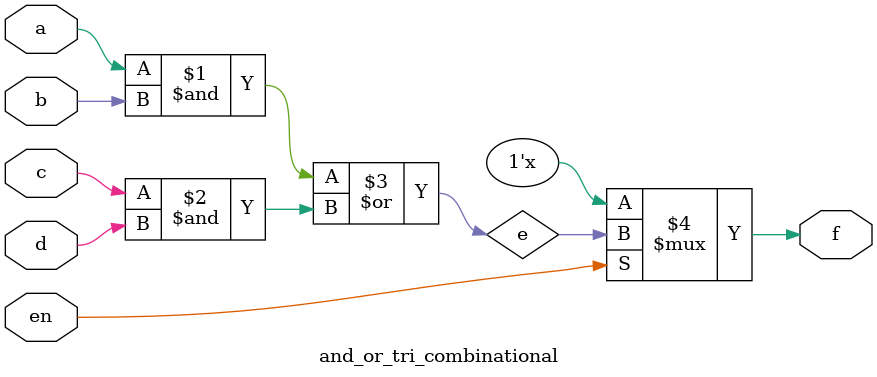
<source format=v>
`timescale 1ns / 1ps


module and_or_tri_combinational(
    input a,
    input b,
    input c,
    input d,
    input en,
    output f
    );
    
    // Create the output e, which is a wire since it's in the logic block
    wire e;
    assign e = (a & b) | (c & d);
    
    // tri-state buffer is done using ?: logic and 1'bz
    // 1'bz is a high inpedance, which means disconnect the bus
    assign f = en ? e : 1'bz;
    
endmodule

</source>
